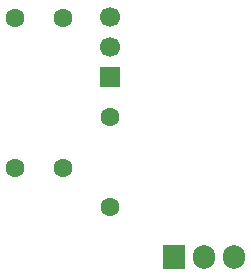
<source format=gbr>
%TF.GenerationSoftware,KiCad,Pcbnew,9.0.2*%
%TF.CreationDate,2025-06-02T21:33:08+02:00*%
%TF.ProjectId,transmitter_board,7472616e-736d-4697-9474-65725f626f61,rev?*%
%TF.SameCoordinates,Original*%
%TF.FileFunction,Copper,L2,Bot*%
%TF.FilePolarity,Positive*%
%FSLAX46Y46*%
G04 Gerber Fmt 4.6, Leading zero omitted, Abs format (unit mm)*
G04 Created by KiCad (PCBNEW 9.0.2) date 2025-06-02 21:33:08*
%MOMM*%
%LPD*%
G01*
G04 APERTURE LIST*
%TA.AperFunction,ComponentPad*%
%ADD10C,1.600000*%
%TD*%
%TA.AperFunction,ComponentPad*%
%ADD11R,1.905000X2.000000*%
%TD*%
%TA.AperFunction,ComponentPad*%
%ADD12O,1.905000X2.000000*%
%TD*%
%TA.AperFunction,ComponentPad*%
%ADD13R,1.700000X1.700000*%
%TD*%
%TA.AperFunction,ComponentPad*%
%ADD14C,1.700000*%
%TD*%
G04 APERTURE END LIST*
D10*
%TO.P,R3,1*%
%TO.N,SGN*%
X51000000Y-28380000D03*
%TO.P,R3,2*%
%TO.N,Net-(Q1-G)*%
X51000000Y-36000000D03*
%TD*%
%TO.P,R2,1*%
%TO.N,VCC*%
X47000000Y-20000000D03*
%TO.P,R2,2*%
%TO.N,Net-(D1-A)*%
X47000000Y-32700000D03*
%TD*%
%TO.P,R1,1*%
%TO.N,VCC*%
X43000000Y-20000000D03*
%TO.P,R1,2*%
%TO.N,Net-(D1-A)*%
X43000000Y-32700000D03*
%TD*%
D11*
%TO.P,Q1,1,D*%
%TO.N,Net-(D1-K)*%
X56460000Y-40230000D03*
D12*
%TO.P,Q1,2,G*%
%TO.N,Net-(Q1-G)*%
X59000000Y-40230000D03*
%TO.P,Q1,3,S*%
%TO.N,GND*%
X61540000Y-40230000D03*
%TD*%
D13*
%TO.P,J1,1,Pin_1*%
%TO.N,GND*%
X51000000Y-25000000D03*
D14*
%TO.P,J1,2,Pin_2*%
%TO.N,SGN*%
X51000000Y-22460000D03*
%TO.P,J1,3,Pin_3*%
%TO.N,VCC*%
X51000000Y-19920000D03*
%TD*%
M02*

</source>
